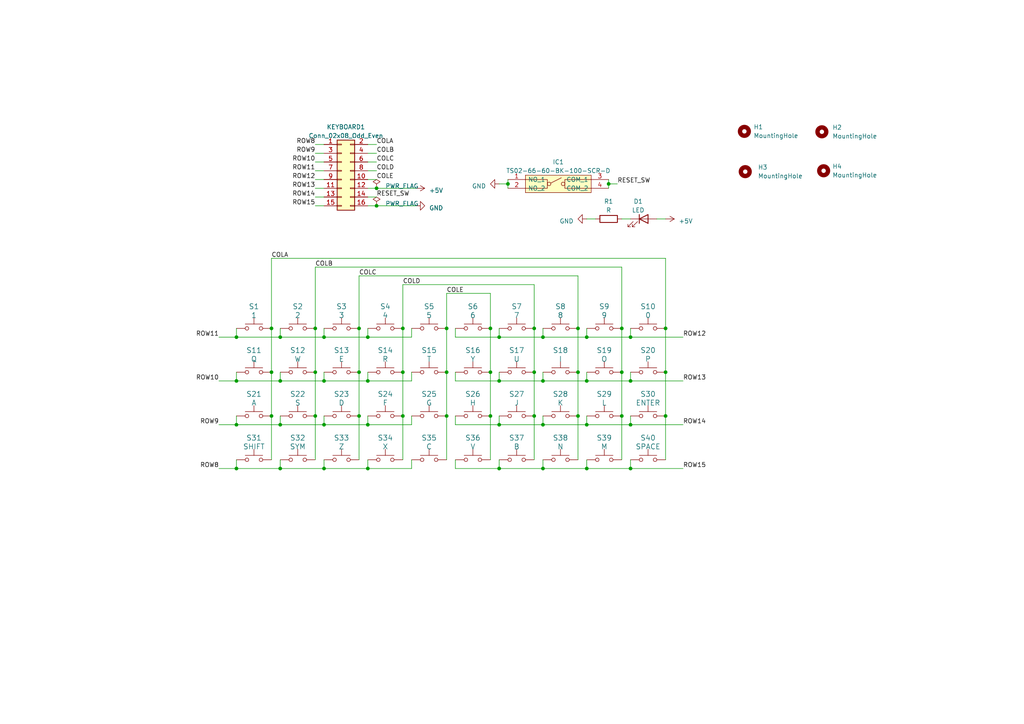
<source format=kicad_sch>
(kicad_sch (version 20230121) (generator eeschema)
  (paper "A4")
  (lib_symbols
    (symbol "Connector_Generic:Conn_02x08_Odd_Even" (pin_names (offset 1.016) hide)
      (property "Reference" "J" (at 1.27 10.16 0))
      (property "Value" "Conn_02x08_Odd_Even" (at 1.27 -12.7 0))
      (symbol "Conn_02x08_Odd_Even_1_1"
        (rectangle (start -1.27 -10.033) (end 0 -10.287) (stroke (width 0.1524)))
        (rectangle (start -1.27 -7.493) (end 0 -7.747) (stroke (width 0.1524)))
        (rectangle (start -1.27 -4.953) (end 0 -5.207) (stroke (width 0.1524)))
        (rectangle (start -1.27 -2.413) (end 0 -2.667) (stroke (width 0.1524)))
        (rectangle (start -1.27 0.127) (end 0 -0.127) (stroke (width 0.1524)))
        (rectangle (start -1.27 2.667) (end 0 2.413) (stroke (width 0.1524)))
        (rectangle (start -1.27 5.207) (end 0 4.953) (stroke (width 0.1524)))
        (rectangle (start -1.27 7.747) (end 0 7.493) (stroke (width 0.1524)))
        (rectangle (start -1.27 8.89) (end 3.81 -11.43) (stroke (width 0.254)) (fill (type background)))
        (rectangle (start 3.81 -10.033) (end 2.54 -10.287) (stroke (width 0.1524)))
        (rectangle (start 3.81 -7.493) (end 2.54 -7.747) (stroke (width 0.1524)))
        (rectangle (start 3.81 -4.953) (end 2.54 -5.207) (stroke (width 0.1524)))
        (rectangle (start 3.81 -2.413) (end 2.54 -2.667) (stroke (width 0.1524)))
        (rectangle (start 3.81 0.127) (end 2.54 -0.127) (stroke (width 0.1524)))
        (rectangle (start 3.81 2.667) (end 2.54 2.413) (stroke (width 0.1524)))
        (rectangle (start 3.81 5.207) (end 2.54 4.953) (stroke (width 0.1524)))
        (rectangle (start 3.81 7.747) (end 2.54 7.493) (stroke (width 0.1524)))
        (pin passive line (at -5.08 7.62 0) (length 3.81) (name "Pin_1") (number "1"))
        (pin passive line (at 7.62 -2.54 180) (length 3.81) (name "Pin_10") (number "10"))
        (pin passive line (at -5.08 -5.08 0) (length 3.81) (name "Pin_11") (number "11"))
        (pin passive line (at 7.62 -5.08 180) (length 3.81) (name "Pin_12") (number "12"))
        (pin passive line (at -5.08 -7.62 0) (length 3.81) (name "Pin_13") (number "13"))
        (pin passive line (at 7.62 -7.62 180) (length 3.81) (name "Pin_14") (number "14"))
        (pin passive line (at -5.08 -10.16 0) (length 3.81) (name "Pin_15") (number "15"))
        (pin passive line (at 7.62 -10.16 180) (length 3.81) (name "Pin_16") (number "16"))
        (pin passive line (at 7.62 7.62 180) (length 3.81) (name "Pin_2") (number "2"))
        (pin passive line (at -5.08 5.08 0) (length 3.81) (name "Pin_3") (number "3"))
        (pin passive line (at 7.62 5.08 180) (length 3.81) (name "Pin_4") (number "4"))
        (pin passive line (at -5.08 2.54 0) (length 3.81) (name "Pin_5") (number "5"))
        (pin passive line (at 7.62 2.54 180) (length 3.81) (name "Pin_6") (number "6"))
        (pin passive line (at -5.08 0 0) (length 3.81) (name "Pin_7") (number "7"))
        (pin passive line (at 7.62 0 180) (length 3.81) (name "Pin_8") (number "8"))
        (pin passive line (at -5.08 -2.54 0) (length 3.81) (name "Pin_9") (number "9"))
      )
    )
    (symbol "Device:LED" (pin_numbers hide) (pin_names (offset 1.016) hide)
      (property "Reference" "D" (at 0 2.54 0))
      (property "Value" "LED" (at 0 -2.54 0))
      (symbol "LED_0_1"
        (polyline (pts (xy -1.27 -1.27) (xy -1.27 1.27)) (stroke (width 0.254)))
        (polyline (pts (xy -1.27 0) (xy 1.27 0)))
        (polyline (pts (xy 1.27 -1.27) (xy 1.27 1.27) (xy -1.27 0) (xy 1.27 -1.27)) (stroke (width 0.254)))
        (polyline (pts (xy -3.048 -0.762) (xy -4.572 -2.286) (xy -3.81 -2.286) (xy -4.572 -2.286) (xy -4.572 -1.524)))
        (polyline (pts (xy -1.778 -0.762) (xy -3.302 -2.286) (xy -2.54 -2.286) (xy -3.302 -2.286) (xy -3.302 -1.524)))
      )
      (symbol "LED_1_1"
        (pin passive line (at -3.81 0 0) (length 2.54) (name "K") (number "1"))
        (pin passive line (at 3.81 0 180) (length 2.54) (name "A") (number "2"))
      )
    )
    (symbol "Device:R" (pin_numbers hide) (pin_names (offset 0))
      (property "Reference" "R" (at 2.032 0 90))
      (property "Value" "R" (at 0 0 90))
      (symbol "R_0_1"
        (rectangle (start -1.016 -2.54) (end 1.016 2.54) (stroke (width 0.254)))
      )
      (symbol "R_1_1"
        (pin passive line (at 0 3.81 270) (length 1.27) (name "~") (number "1"))
        (pin passive line (at 0 -3.81 90) (length 1.27) (name "~") (number "2"))
      )
    )
    (symbol "ExtraSymbols:TS02-66-60-BK-100-SCR-D" (pin_names (offset 0.762))
      (property "Reference" "IC" (at 26.67 7.62 0))
      (property "Value" "TS02-66-60-BK-100-SCR-D" (at 26.67 5.08 0))
      (symbol "TS02-66-60-BK-100-SCR-D_0_0"
        (polyline (pts (xy 7.366 -2.286) (xy 10.414 -0.762)))
        (circle (center 6.858 -2.54) (radius 0.508))
        (circle (center 10.922 -2.54) (radius 0.508))
        (pin passive line (at -5.08 -1.27 0) (length 5.08) (name "NO_1") (number "1"))
        (pin passive line (at -5.08 -3.81 0) (length 5.08) (name "NO_2") (number "2"))
        (pin passive line (at 24.13 -1.27 180) (length 5.08) (name "COM_1") (number "3"))
        (pin passive line (at 24.13 -3.81 180) (length 5.08) (name "COM_2") (number "4"))
      )
      (symbol "TS02-66-60-BK-100-SCR-D_0_1"
        (polyline (pts (xy 0 -1.27) (xy 6.35 -1.27) (xy 6.35 -3.81) (xy 0 -3.81)) (stroke (width 0.1524)))
        (polyline (pts (xy 19.05 -1.27) (xy 11.43 -1.27) (xy 11.43 -3.81) (xy 19.05 -3.81)) (stroke (width 0.1524)))
        (rectangle (start 0 0) (end 19.05 -5.08) (stroke (width 0.1524)) (fill (type background)))
      )
    )
    (symbol "Mechanical:MountingHole" (pin_names (offset 1.016))
      (property "Reference" "H" (at 0 5.08 0))
      (property "Value" "MountingHole" (at 0 3.175 0))
      (symbol "MountingHole_0_1"
        (circle (center 0 0) (radius 1.27) (stroke (width 1.27)))
      )
    )
    (symbol "Switch:SW_Push" (pin_numbers hide) (pin_names (offset 1.016) hide)
      (property "Reference" "SW" (at 1.27 2.54 0))
      (property "Value" "SW_Push" (at 0 -1.524 0))
      (symbol "SW_Push_0_1"
        (circle (center -2.032 0) (radius 0.508))
        (polyline (pts (xy 0 1.27) (xy 0 3.048)))
        (polyline (pts (xy 2.54 1.27) (xy -2.54 1.27)))
        (circle (center 2.032 0) (radius 0.508))
        (pin passive line (at -5.08 0 0) (length 2.54) (name "1") (number "1"))
        (pin passive line (at 5.08 0 180) (length 2.54) (name "2") (number "2"))
      )
    )
    (symbol "power:+5V" (power) (pin_names (offset 0))
      (property "Value" "+5V" (at 0 3.556 0))
      (symbol "+5V_0_1"
        (polyline (pts (xy -0.762 1.27) (xy 0 2.54)))
        (polyline (pts (xy 0 0) (xy 0 2.54)))
        (polyline (pts (xy 0 2.54) (xy 0.762 1.27)))
      )
      (symbol "+5V_1_1"
        (pin power_in line (at 0 0 90) (length 0) hide (name "+5V") (number "1"))
      )
    )
    (symbol "power:GND" (power) (pin_names (offset 0))
      (property "Value" "GND" (at 0 -3.81 0))
      (symbol "GND_0_1"
        (polyline (pts (xy 0 0) (xy 0 -1.27) (xy 1.27 -1.27) (xy 0 -2.54) (xy -1.27 -1.27) (xy 0 -1.27)))
      )
      (symbol "GND_1_1"
        (pin power_in line (at 0 0 270) (length 0) hide (name "GND") (number "1"))
      )
    )
    (symbol "power:PWR_FLAG" (power) (pin_numbers hide) (pin_names (offset 0) hide)
      (property "Value" "PWR_FLAG" (at 0 3.81 0))
      (symbol "PWR_FLAG_0_0"
        (pin power_out line (at 0 0 90) (length 0) (name "pwr") (number "1"))
      )
      (symbol "PWR_FLAG_0_1"
        (polyline (pts (xy 0 0) (xy 0 1.27) (xy -1.016 1.905) (xy 0 2.54) (xy 1.016 1.905) (xy 0 1.27)))
      )
    )
  )
  (junction (at 157.48 123.19))
  (junction (at 91.44 95.25))
  (junction (at 78.74 107.95))
  (junction (at 91.44 107.95))
  (junction (at 78.74 120.65))
  (junction (at 106.68 123.19))
  (junction (at 93.98 123.19))
  (junction (at 157.48 135.89))
  (junction (at 147.32 53.34))
  (junction (at 154.94 120.65))
  (junction (at 193.04 95.25))
  (junction (at 154.94 95.25))
  (junction (at 116.84 120.65))
  (junction (at 68.58 97.79))
  (junction (at 154.94 107.95))
  (junction (at 142.24 107.95))
  (junction (at 170.18 123.19))
  (junction (at 182.88 97.79))
  (junction (at 68.58 110.49))
  (junction (at 106.68 110.49))
  (junction (at 142.24 120.65))
  (junction (at 116.84 95.25))
  (junction (at 144.78 110.49))
  (junction (at 78.74 95.25))
  (junction (at 182.88 110.49))
  (junction (at 193.04 107.95))
  (junction (at 144.78 123.19))
  (junction (at 104.14 95.25))
  (junction (at 91.44 120.65))
  (junction (at 176.53 53.34))
  (junction (at 129.54 107.95))
  (junction (at 180.34 120.65))
  (junction (at 106.68 97.79))
  (junction (at 142.24 95.25))
  (junction (at 116.84 107.95))
  (junction (at 93.98 97.79))
  (junction (at 182.88 135.89))
  (junction (at 193.04 120.65))
  (junction (at 170.18 97.79))
  (junction (at 167.64 107.95))
  (junction (at 109.22 54.61))
  (junction (at 167.64 95.25))
  (junction (at 167.64 120.65))
  (junction (at 81.28 97.79))
  (junction (at 81.28 110.49))
  (junction (at 104.14 120.65))
  (junction (at 68.58 123.19))
  (junction (at 81.28 135.89))
  (junction (at 81.28 123.19))
  (junction (at 157.48 110.49))
  (junction (at 93.98 110.49))
  (junction (at 109.22 59.69))
  (junction (at 180.34 107.95))
  (junction (at 68.58 135.89))
  (junction (at 104.14 107.95))
  (junction (at 157.48 97.79))
  (junction (at 180.34 95.25))
  (junction (at 170.18 135.89))
  (junction (at 129.54 120.65))
  (junction (at 182.88 123.19))
  (junction (at 170.18 110.49))
  (junction (at 129.54 95.25))
  (junction (at 93.98 135.89))
  (junction (at 144.78 135.89))
  (junction (at 144.78 97.79))
  (junction (at 106.68 135.89))
  (wire (pts (xy 68.58 110.49) (xy 81.28 110.49)))
  (wire (pts (xy 129.54 85.09) (xy 129.54 95.25)))
  (wire (pts (xy 78.74 107.95) (xy 78.74 120.65)))
  (wire (pts (xy 109.22 54.61) (xy 106.68 54.61)))
  (wire (pts (xy 132.08 123.19) (xy 144.78 123.19)))
  (wire (pts (xy 180.34 107.95) (xy 180.34 120.65)))
  (wire (pts (xy 129.54 85.09) (xy 142.24 85.09)))
  (wire (pts (xy 119.38 133.35) (xy 119.38 135.89)))
  (wire (pts (xy 182.88 135.89) (xy 198.12 135.89)))
  (wire (pts (xy 144.78 133.35) (xy 144.78 135.89)))
  (wire (pts (xy 129.54 95.25) (xy 129.54 107.95)))
  (wire (pts (xy 142.24 107.95) (xy 142.24 120.65)))
  (wire (pts (xy 129.54 107.95) (xy 129.54 120.65)))
  (wire (pts (xy 170.18 95.25) (xy 170.18 97.79)))
  (wire (pts (xy 182.88 120.65) (xy 182.88 123.19)))
  (wire (pts (xy 93.98 52.07) (xy 91.44 52.07)))
  (wire (pts (xy 91.44 59.69) (xy 93.98 59.69)))
  (wire (pts (xy 157.48 107.95) (xy 157.48 110.49)))
  (wire (pts (xy 182.88 110.49) (xy 198.12 110.49)))
  (wire (pts (xy 106.68 97.79) (xy 93.98 97.79)))
  (wire (pts (xy 170.18 135.89) (xy 182.88 135.89)))
  (wire (pts (xy 81.28 97.79) (xy 68.58 97.79)))
  (wire (pts (xy 193.04 63.5) (xy 190.5 63.5)))
  (wire (pts (xy 132.08 107.95) (xy 132.08 110.49)))
  (wire (pts (xy 180.34 77.47) (xy 180.34 95.25)))
  (wire (pts (xy 132.08 95.25) (xy 132.08 97.79)))
  (wire (pts (xy 116.84 107.95) (xy 116.84 120.65)))
  (wire (pts (xy 106.68 107.95) (xy 106.68 110.49)))
  (wire (pts (xy 106.68 52.07) (xy 109.22 52.07)))
  (wire (pts (xy 176.53 53.34) (xy 179.07 53.34)))
  (wire (pts (xy 193.04 95.25) (xy 193.04 107.95)))
  (wire (pts (xy 91.44 77.47) (xy 180.34 77.47)))
  (wire (pts (xy 106.68 123.19) (xy 93.98 123.19)))
  (wire (pts (xy 109.22 59.69) (xy 106.68 59.69)))
  (wire (pts (xy 68.58 110.49) (xy 63.5 110.49)))
  (wire (pts (xy 93.98 95.25) (xy 93.98 97.79)))
  (wire (pts (xy 81.28 135.89) (xy 68.58 135.89)))
  (wire (pts (xy 144.78 107.95) (xy 144.78 110.49)))
  (wire (pts (xy 106.68 120.65) (xy 106.68 123.19)))
  (wire (pts (xy 167.64 80.01) (xy 167.64 95.25)))
  (wire (pts (xy 154.94 120.65) (xy 154.94 133.35)))
  (wire (pts (xy 106.68 41.91) (xy 109.22 41.91)))
  (wire (pts (xy 144.78 110.49) (xy 157.48 110.49)))
  (wire (pts (xy 93.98 107.95) (xy 93.98 110.49)))
  (wire (pts (xy 78.74 120.65) (xy 78.74 133.35)))
  (wire (pts (xy 167.64 95.25) (xy 167.64 107.95)))
  (wire (pts (xy 147.32 52.07) (xy 147.32 53.34)))
  (wire (pts (xy 182.88 123.19) (xy 198.12 123.19)))
  (wire (pts (xy 180.34 120.65) (xy 180.34 133.35)))
  (wire (pts (xy 93.98 123.19) (xy 81.28 123.19)))
  (wire (pts (xy 170.18 97.79) (xy 182.88 97.79)))
  (wire (pts (xy 106.68 49.53) (xy 109.22 49.53)))
  (wire (pts (xy 170.18 120.65) (xy 170.18 123.19)))
  (wire (pts (xy 142.24 120.65) (xy 142.24 133.35)))
  (wire (pts (xy 81.28 133.35) (xy 81.28 135.89)))
  (wire (pts (xy 120.65 54.61) (xy 109.22 54.61)))
  (wire (pts (xy 144.78 135.89) (xy 157.48 135.89)))
  (wire (pts (xy 144.78 123.19) (xy 157.48 123.19)))
  (wire (pts (xy 116.84 120.65) (xy 116.84 133.35)))
  (wire (pts (xy 132.08 135.89) (xy 144.78 135.89)))
  (wire (pts (xy 176.53 53.34) (xy 176.53 54.61)))
  (wire (pts (xy 68.58 107.95) (xy 68.58 110.49)))
  (wire (pts (xy 81.28 120.65) (xy 81.28 123.19)))
  (wire (pts (xy 119.38 97.79) (xy 106.68 97.79)))
  (wire (pts (xy 116.84 82.55) (xy 116.84 95.25)))
  (wire (pts (xy 106.68 133.35) (xy 106.68 135.89)))
  (wire (pts (xy 119.38 107.95) (xy 119.38 110.49)))
  (wire (pts (xy 144.78 120.65) (xy 144.78 123.19)))
  (wire (pts (xy 91.44 49.53) (xy 93.98 49.53)))
  (wire (pts (xy 170.18 110.49) (xy 182.88 110.49)))
  (wire (pts (xy 106.68 110.49) (xy 119.38 110.49)))
  (wire (pts (xy 144.78 53.34) (xy 147.32 53.34)))
  (wire (pts (xy 78.74 74.93) (xy 193.04 74.93)))
  (wire (pts (xy 157.48 120.65) (xy 157.48 123.19)))
  (wire (pts (xy 93.98 46.99) (xy 91.44 46.99)))
  (wire (pts (xy 93.98 133.35) (xy 93.98 135.89)))
  (wire (pts (xy 93.98 135.89) (xy 81.28 135.89)))
  (wire (pts (xy 109.22 57.15) (xy 106.68 57.15)))
  (wire (pts (xy 119.38 135.89) (xy 106.68 135.89)))
  (wire (pts (xy 91.44 77.47) (xy 91.44 95.25)))
  (wire (pts (xy 132.08 120.65) (xy 132.08 123.19)))
  (wire (pts (xy 78.74 95.25) (xy 78.74 107.95)))
  (wire (pts (xy 157.48 135.89) (xy 170.18 135.89)))
  (wire (pts (xy 154.94 95.25) (xy 154.94 107.95)))
  (wire (pts (xy 170.18 133.35) (xy 170.18 135.89)))
  (wire (pts (xy 132.08 133.35) (xy 132.08 135.89)))
  (wire (pts (xy 63.5 135.89) (xy 68.58 135.89)))
  (wire (pts (xy 119.38 120.65) (xy 119.38 123.19)))
  (wire (pts (xy 68.58 95.25) (xy 68.58 97.79)))
  (wire (pts (xy 68.58 120.65) (xy 68.58 123.19)))
  (wire (pts (xy 104.14 95.25) (xy 104.14 107.95)))
  (wire (pts (xy 193.04 120.65) (xy 193.04 133.35)))
  (wire (pts (xy 167.64 107.95) (xy 167.64 120.65)))
  (wire (pts (xy 68.58 133.35) (xy 68.58 135.89)))
  (wire (pts (xy 93.98 57.15) (xy 91.44 57.15)))
  (wire (pts (xy 119.38 95.25) (xy 119.38 97.79)))
  (wire (pts (xy 182.88 95.25) (xy 182.88 97.79)))
  (wire (pts (xy 106.68 46.99) (xy 109.22 46.99)))
  (wire (pts (xy 182.88 133.35) (xy 182.88 135.89)))
  (wire (pts (xy 81.28 110.49) (xy 93.98 110.49)))
  (wire (pts (xy 119.38 123.19) (xy 106.68 123.19)))
  (wire (pts (xy 147.32 53.34) (xy 147.32 54.61)))
  (wire (pts (xy 93.98 120.65) (xy 93.98 123.19)))
  (wire (pts (xy 182.88 107.95) (xy 182.88 110.49)))
  (wire (pts (xy 104.14 80.01) (xy 104.14 95.25)))
  (wire (pts (xy 78.74 74.93) (xy 78.74 95.25)))
  (wire (pts (xy 91.44 41.91) (xy 93.98 41.91)))
  (wire (pts (xy 180.34 95.25) (xy 180.34 107.95)))
  (wire (pts (xy 116.84 95.25) (xy 116.84 107.95)))
  (wire (pts (xy 106.68 135.89) (xy 93.98 135.89)))
  (wire (pts (xy 106.68 44.45) (xy 109.22 44.45)))
  (wire (pts (xy 157.48 110.49) (xy 170.18 110.49)))
  (wire (pts (xy 81.28 95.25) (xy 81.28 97.79)))
  (wire (pts (xy 116.84 82.55) (xy 154.94 82.55)))
  (wire (pts (xy 157.48 133.35) (xy 157.48 135.89)))
  (wire (pts (xy 167.64 120.65) (xy 167.64 133.35)))
  (wire (pts (xy 170.18 123.19) (xy 182.88 123.19)))
  (wire (pts (xy 142.24 95.25) (xy 142.24 107.95)))
  (wire (pts (xy 144.78 95.25) (xy 144.78 97.79)))
  (wire (pts (xy 176.53 52.07) (xy 176.53 53.34)))
  (wire (pts (xy 91.44 107.95) (xy 91.44 120.65)))
  (wire (pts (xy 63.5 123.19) (xy 68.58 123.19)))
  (wire (pts (xy 91.44 54.61) (xy 93.98 54.61)))
  (wire (pts (xy 104.14 80.01) (xy 167.64 80.01)))
  (wire (pts (xy 68.58 97.79) (xy 63.5 97.79)))
  (wire (pts (xy 81.28 107.95) (xy 81.28 110.49)))
  (wire (pts (xy 157.48 97.79) (xy 170.18 97.79)))
  (wire (pts (xy 144.78 97.79) (xy 157.48 97.79)))
  (wire (pts (xy 154.94 82.55) (xy 154.94 95.25)))
  (wire (pts (xy 93.98 97.79) (xy 81.28 97.79)))
  (wire (pts (xy 157.48 95.25) (xy 157.48 97.79)))
  (wire (pts (xy 91.44 120.65) (xy 91.44 133.35)))
  (wire (pts (xy 132.08 110.49) (xy 144.78 110.49)))
  (wire (pts (xy 93.98 110.49) (xy 106.68 110.49)))
  (wire (pts (xy 91.44 95.25) (xy 91.44 107.95)))
  (wire (pts (xy 170.18 107.95) (xy 170.18 110.49)))
  (wire (pts (xy 91.44 44.45) (xy 93.98 44.45)))
  (wire (pts (xy 154.94 107.95) (xy 154.94 120.65)))
  (wire (pts (xy 81.28 123.19) (xy 68.58 123.19)))
  (wire (pts (xy 104.14 107.95) (xy 104.14 120.65)))
  (wire (pts (xy 182.88 97.79) (xy 198.12 97.79)))
  (wire (pts (xy 120.65 59.69) (xy 109.22 59.69)))
  (wire (pts (xy 193.04 107.95) (xy 193.04 120.65)))
  (wire (pts (xy 170.18 63.5) (xy 172.72 63.5)))
  (wire (pts (xy 157.48 123.19) (xy 170.18 123.19)))
  (wire (pts (xy 132.08 97.79) (xy 144.78 97.79)))
  (wire (pts (xy 180.34 63.5) (xy 182.88 63.5)))
  (wire (pts (xy 106.68 95.25) (xy 106.68 97.79)))
  (wire (pts (xy 129.54 120.65) (xy 129.54 133.35)))
  (wire (pts (xy 193.04 74.93) (xy 193.04 95.25)))
  (wire (pts (xy 142.24 85.09) (xy 142.24 95.25)))
  (wire (pts (xy 104.14 120.65) (xy 104.14 133.35)))
  (label "ROW10" (at 63.5 110.49 180))
  (label "COLD" (at 116.84 82.55 0))
  (label "COLC" (at 109.22 46.99 0))
  (label "COLD" (at 109.22 49.53 0))
  (label "ROW9" (at 91.44 44.45 180))
  (label "ROW11" (at 91.44 49.53 180))
  (label "RESET_SW" (at 109.22 57.15 0) (property "Intersheetrefs" "${INTERSHEET_REFS}" (effects hide)))
  (label "COLB" (at 91.44 77.47 0))
  (label "COLA" (at 109.22 41.91 0))
  (label "ROW12" (at 91.44 52.07 180))
  (label "ROW12" (at 198.12 97.79 0))
  (label "COLA" (at 78.74 74.93 0))
  (label "ROW9" (at 63.5 123.19 180))
  (label "ROW13" (at 91.44 54.61 180))
  (label "COLC" (at 104.14 80.01 0))
  (label "ROW10" (at 91.44 46.99 180))
  (label "RESET_SW" (at 179.07 53.34 0) (property "Intersheetrefs" "${INTERSHEET_REFS}" (effects hide)))
  (label "ROW11" (at 63.5 97.79 180))
  (label "ROW13" (at 198.12 110.49 0))
  (label "ROW15" (at 91.44 59.69 180))
  (label "ROW8" (at 63.5 135.89 180))
  (label "COLE" (at 129.54 85.09 0))
  (label "ROW8" (at 91.44 41.91 180))
  (label "ROW15" (at 198.12 135.89 0))
  (label "ROW14" (at 198.12 123.19 0))
  (label "COLB" (at 109.22 44.45 0))
  (label "ROW14" (at 91.44 57.15 180))
  (label "COLE" (at 109.22 52.07 0))
  (symbol (lib_id "power:PWR_FLAG") (at 109.22 54.61 0) (mirror y) (unit 1)
    (property "Reference" "#FLG01" (effects hide))
    (property "Value" "PWR_FLAG" (at 111.76 53.975 0) (effects (justify right)))
  )
  (symbol (lib_id "Switch:SW_Push") (at 187.96 120.65 0) (unit 1)
    (property "Reference" "S30" (at 187.96 114.3 0) (effects (font (size 1.4986 1.4986))))
    (property "Value" "ENTER" (at 187.96 116.84 0) (effects (font (size 1.4986 1.4986))))
    (property "Footprint" "Button_Switch_Keyboard:SW_Cherry_MX_ISOEnter_PCB" (effects hide))
  )
  (symbol (lib_id "Switch:SW_Push") (at 137.16 107.95 0) (unit 1)
    (property "Reference" "S16" (at 137.16 101.6 0) (effects (font (size 1.4986 1.4986))))
    (property "Value" "Y" (at 137.16 104.14 0) (effects (font (size 1.4986 1.4986))))
    (property "Footprint" "Button_Switch_Keyboard:SW_Cherry_MX_1.00u_PCB" (effects hide))
  )
  (symbol (lib_id "Switch:SW_Push") (at 73.66 95.25 0) (unit 1)
    (property "Reference" "S1" (at 73.66 88.9 0) (effects (font (size 1.4986 1.4986))))
    (property "Value" "1" (at 73.66 91.44 0) (effects (font (size 1.4986 1.4986))))
    (property "Footprint" "Button_Switch_Keyboard:SW_Cherry_MX_1.00u_PCB" (effects hide))
  )
  (symbol (lib_id "Device:R") (at 176.53 63.5 90) (unit 1)
    (property "Reference" "R1" (at 176.53 58.42 90))
    (property "Value" "R" (at 176.53 60.96 90))
    (property "Footprint" "Resistor_THT:R_Axial_DIN0411_L9.9mm_D3.6mm_P15.24mm_Horizontal" (effects hide))
  )
  (symbol (lib_id "Switch:SW_Push") (at 73.66 107.95 0) (unit 1)
    (property "Reference" "S11" (at 73.66 101.6 0) (effects (font (size 1.4986 1.4986))))
    (property "Value" "Q" (at 73.66 104.14 0) (effects (font (size 1.4986 1.4986))))
    (property "Footprint" "Button_Switch_Keyboard:SW_Cherry_MX_1.00u_PCB" (effects hide))
  )
  (symbol (lib_id "Switch:SW_Push") (at 187.96 107.95 0) (unit 1)
    (property "Reference" "S20" (at 187.96 101.6 0) (effects (font (size 1.4986 1.4986))))
    (property "Value" "P" (at 187.96 104.14 0) (effects (font (size 1.4986 1.4986))))
    (property "Footprint" "Button_Switch_Keyboard:SW_Cherry_MX_1.00u_PCB" (effects hide))
  )
  (symbol (lib_id "Switch:SW_Push") (at 99.06 133.35 0) (unit 1)
    (property "Reference" "S33" (at 99.06 127 0) (effects (font (size 1.4986 1.4986))))
    (property "Value" "Z" (at 99.06 129.54 0) (effects (font (size 1.4986 1.4986))))
    (property "Footprint" "Button_Switch_Keyboard:SW_Cherry_MX_1.00u_PCB" (effects hide))
  )
  (symbol (lib_id "Switch:SW_Push") (at 162.56 95.25 0) (unit 1)
    (property "Reference" "S8" (at 162.56 88.9 0) (effects (font (size 1.4986 1.4986))))
    (property "Value" "8" (at 162.56 91.44 0) (effects (font (size 1.4986 1.4986))))
    (property "Footprint" "Button_Switch_Keyboard:SW_Cherry_MX_1.00u_PCB" (effects hide))
  )
  (symbol (lib_id "Switch:SW_Push") (at 86.36 133.35 0) (unit 1)
    (property "Reference" "S32" (at 86.36 127 0) (effects (font (size 1.4986 1.4986))))
    (property "Value" "SYM" (at 86.36 129.54 0) (effects (font (size 1.4986 1.4986))))
    (property "Footprint" "Button_Switch_Keyboard:SW_Cherry_MX_1.25u_PCB" (effects hide))
  )
  (symbol (lib_id "Switch:SW_Push") (at 149.86 107.95 0) (unit 1)
    (property "Reference" "S17" (at 149.86 101.6 0) (effects (font (size 1.4986 1.4986))))
    (property "Value" "U" (at 149.86 104.14 0) (effects (font (size 1.4986 1.4986))))
    (property "Footprint" "Button_Switch_Keyboard:SW_Cherry_MX_1.00u_PCB" (effects hide))
  )
  (symbol (lib_id "Switch:SW_Push") (at 175.26 133.35 0) (unit 1)
    (property "Reference" "S39" (at 175.26 127 0) (effects (font (size 1.4986 1.4986))))
    (property "Value" "M" (at 175.26 129.54 0) (effects (font (size 1.4986 1.4986))))
    (property "Footprint" "Button_Switch_Keyboard:SW_Cherry_MX_1.00u_PCB" (effects hide))
  )
  (symbol (lib_id "Switch:SW_Push") (at 187.96 95.25 0) (unit 1)
    (property "Reference" "S10" (at 187.96 88.9 0) (effects (font (size 1.4986 1.4986))))
    (property "Value" "0" (at 187.96 91.44 0) (effects (font (size 1.4986 1.4986))))
    (property "Footprint" "Button_Switch_Keyboard:SW_Cherry_MX_1.00u_PCB" (effects hide))
  )
  (symbol (lib_id "Device:LED") (at 186.69 63.5 0) (unit 1)
    (property "Reference" "D1" (at 185.1025 58.42 0))
    (property "Value" "LED" (at 185.1025 60.96 0))
    (property "Footprint" "LED_THT:LED_D5.0mm" (effects hide))
  )
  (symbol (lib_id "Mechanical:MountingHole") (at 216.154 49.784 0) (unit 1)
    (property "Reference" "H3" (at 219.837 48.5139 0) (effects (justify left)))
    (property "Value" "MountingHole" (at 219.837 51.0539 0) (effects (justify left)))
    (property "Footprint" "ExtraFootprints:MountingHole_3.5mm_with_Stencil_hole" (effects hide))
  )
  (symbol (lib_id "Switch:SW_Push") (at 137.16 133.35 0) (unit 1)
    (property "Reference" "S36" (at 137.16 127 0) (effects (font (size 1.4986 1.4986))))
    (property "Value" "V" (at 137.16 129.54 0) (effects (font (size 1.4986 1.4986))))
    (property "Footprint" "Button_Switch_Keyboard:SW_Cherry_MX_1.00u_PCB" (effects hide))
  )
  (symbol (lib_id "Switch:SW_Push") (at 162.56 107.95 0) (unit 1)
    (property "Reference" "S18" (at 162.56 101.6 0) (effects (font (size 1.4986 1.4986))))
    (property "Value" "I" (at 162.56 104.14 0) (effects (font (size 1.4986 1.4986))))
    (property "Footprint" "Button_Switch_Keyboard:SW_Cherry_MX_1.00u_PCB" (effects hide))
  )
  (symbol (lib_id "Switch:SW_Push") (at 149.86 120.65 0) (unit 1)
    (property "Reference" "S27" (at 149.86 114.3 0) (effects (font (size 1.4986 1.4986))))
    (property "Value" "J" (at 149.86 116.84 0) (effects (font (size 1.4986 1.4986))))
    (property "Footprint" "Button_Switch_Keyboard:SW_Cherry_MX_1.00u_PCB" (effects hide))
  )
  (symbol (lib_id "Switch:SW_Push") (at 86.36 107.95 0) (unit 1)
    (property "Reference" "S12" (at 86.36 101.6 0) (effects (font (size 1.4986 1.4986))))
    (property "Value" "W" (at 86.36 104.14 0) (effects (font (size 1.4986 1.4986))))
    (property "Footprint" "Button_Switch_Keyboard:SW_Cherry_MX_1.00u_PCB" (effects hide))
  )
  (symbol (lib_id "ExtraSymbols:TS02-66-60-BK-100-SCR-D") (at 152.4 50.8 0) (unit 1)
    (property "Reference" "IC1" (at 161.925 46.99 0))
    (property "Value" "TS02-66-60-BK-100-SCR-D" (at 161.925 49.53 0))
    (property "Footprint" "ExtraFootprints:TS026660BK100SCRD" (effects hide))
    (property "Datasheet" "https://www.cuidevices.com/product/resource/ts02.pdf" (effects hide))
    (property "Description" "Tactile Switches 6 x 6 mm, 6 mm Act Height, 100 gf, Black, Short Crimped, Through Hole, SPST," (effects hide))
    (property "Height" "6.2" (effects hide))
    (property "Mouser Part Number" "179-TS026660BK100SCR" (effects hide))
    (property "Mouser Price/Stock" "https://www.mouser.co.uk/ProductDetail/CUI-Devices/TS02-66-60-BK-100-SCR-D?qs=A6eO%252BMLsxmRCwE7519dLfw%3D%3D" (effects hide))
    (property "Manufacturer_Name" "CUI Inc." (effects hide))
    (property "Manufacturer_Part_Number" "TS02-66-60-BK-100-SCR-D" (effects hide))
  )
  (symbol (lib_id "Switch:SW_Push") (at 175.26 120.65 0) (unit 1)
    (property "Reference" "S29" (at 175.26 114.3 0) (effects (font (size 1.4986 1.4986))))
    (property "Value" "L" (at 175.26 116.84 0) (effects (font (size 1.4986 1.4986))))
    (property "Footprint" "Button_Switch_Keyboard:SW_Cherry_MX_1.00u_PCB" (effects hide))
  )
  (symbol (lib_id "power:+5V") (at 120.65 54.61 270) (mirror x) (unit 1)
    (property "Reference" "#PWR01" (effects hide))
    (property "Value" "+5V" (at 124.46 55.245 90) (effects (justify left)))
  )
  (symbol (lib_id "Switch:SW_Push") (at 99.06 120.65 0) (unit 1)
    (property "Reference" "S23" (at 99.06 114.3 0) (effects (font (size 1.4986 1.4986))))
    (property "Value" "D" (at 99.06 116.84 0) (effects (font (size 1.4986 1.4986))))
    (property "Footprint" "Button_Switch_Keyboard:SW_Cherry_MX_1.00u_PCB" (effects hide))
  )
  (symbol (lib_id "Switch:SW_Push") (at 162.56 120.65 0) (unit 1)
    (property "Reference" "S28" (at 162.56 114.3 0) (effects (font (size 1.4986 1.4986))))
    (property "Value" "K" (at 162.56 116.84 0) (effects (font (size 1.4986 1.4986))))
    (property "Footprint" "Button_Switch_Keyboard:SW_Cherry_MX_1.00u_PCB" (effects hide))
  )
  (symbol (lib_id "Switch:SW_Push") (at 162.56 133.35 0) (unit 1)
    (property "Reference" "S38" (at 162.56 127 0) (effects (font (size 1.4986 1.4986))))
    (property "Value" "N" (at 162.56 129.54 0) (effects (font (size 1.4986 1.4986))))
    (property "Footprint" "Button_Switch_Keyboard:SW_Cherry_MX_1.00u_PCB" (effects hide))
  )
  (symbol (lib_id "power:GND") (at 144.78 53.34 270) (unit 1)
    (property "Reference" "#PWR03" (effects hide))
    (property "Value" "GND" (at 140.97 53.975 90) (effects (justify right)))
  )
  (symbol (lib_id "Mechanical:MountingHole") (at 238.379 38.227 0) (unit 1)
    (property "Reference" "H2" (at 241.427 36.9569 0) (effects (justify left)))
    (property "Value" "MountingHole" (at 241.427 39.4969 0) (effects (justify left)))
    (property "Footprint" "ExtraFootprints:MountingHole_3.5mm_with_Stencil_hole" (effects hide))
  )
  (symbol (lib_id "power:+5V") (at 193.04 63.5 270) (unit 1)
    (property "Reference" "#PWR06" (effects hide))
    (property "Value" "+5V" (at 196.85 64.135 90) (effects (justify left)))
  )
  (symbol (lib_id "Switch:SW_Push") (at 86.36 120.65 0) (unit 1)
    (property "Reference" "S22" (at 86.36 114.3 0) (effects (font (size 1.4986 1.4986))))
    (property "Value" "S" (at 86.36 116.84 0) (effects (font (size 1.4986 1.4986))))
    (property "Footprint" "Button_Switch_Keyboard:SW_Cherry_MX_1.00u_PCB" (effects hide))
  )
  (symbol (lib_id "Switch:SW_Push") (at 175.26 107.95 0) (unit 1)
    (property "Reference" "S19" (at 175.26 101.6 0) (effects (font (size 1.4986 1.4986))))
    (property "Value" "O" (at 175.26 104.14 0) (effects (font (size 1.4986 1.4986))))
    (property "Footprint" "Button_Switch_Keyboard:SW_Cherry_MX_1.00u_PCB" (effects hide))
  )
  (symbol (lib_id "Switch:SW_Push") (at 137.16 95.25 0) (unit 1)
    (property "Reference" "S6" (at 137.16 88.9 0) (effects (font (size 1.4986 1.4986))))
    (property "Value" "6" (at 137.16 91.44 0) (effects (font (size 1.4986 1.4986))))
    (property "Footprint" "Button_Switch_Keyboard:SW_Cherry_MX_1.00u_PCB" (effects hide))
  )
  (symbol (lib_id "Switch:SW_Push") (at 149.86 133.35 0) (unit 1)
    (property "Reference" "S37" (at 149.86 127 0) (effects (font (size 1.4986 1.4986))))
    (property "Value" "B" (at 149.86 129.54 0) (effects (font (size 1.4986 1.4986))))
    (property "Footprint" "Button_Switch_Keyboard:SW_Cherry_MX_1.00u_PCB" (effects hide))
  )
  (symbol (lib_id "power:GND") (at 120.65 59.69 90) (mirror x) (unit 1)
    (property "Reference" "#PWR02" (effects hide))
    (property "Value" "GND" (at 124.46 60.325 90) (effects (justify right)))
  )
  (symbol (lib_id "Switch:SW_Push") (at 175.26 95.25 0) (unit 1)
    (property "Reference" "S9" (at 175.26 88.9 0) (effects (font (size 1.4986 1.4986))))
    (property "Value" "9" (at 175.26 91.44 0) (effects (font (size 1.4986 1.4986))))
    (property "Footprint" "Button_Switch_Keyboard:SW_Cherry_MX_1.00u_PCB" (effects hide))
  )
  (symbol (lib_id "Switch:SW_Push") (at 73.66 120.65 0) (unit 1)
    (property "Reference" "S21" (at 73.66 114.3 0) (effects (font (size 1.4986 1.4986))))
    (property "Value" "A" (at 73.66 116.84 0) (effects (font (size 1.4986 1.4986))))
    (property "Footprint" "Button_Switch_Keyboard:SW_Cherry_MX_1.00u_PCB" (effects hide))
  )
  (symbol (lib_id "Switch:SW_Push") (at 111.76 133.35 0) (unit 1)
    (property "Reference" "S34" (at 111.76 127 0) (effects (font (size 1.4986 1.4986))))
    (property "Value" "X" (at 111.76 129.54 0) (effects (font (size 1.4986 1.4986))))
    (property "Footprint" "Button_Switch_Keyboard:SW_Cherry_MX_1.00u_PCB" (effects hide))
  )
  (symbol (lib_id "Switch:SW_Push") (at 124.46 107.95 0) (unit 1)
    (property "Reference" "S15" (at 124.46 101.6 0) (effects (font (size 1.4986 1.4986))))
    (property "Value" "T" (at 124.46 104.14 0) (effects (font (size 1.4986 1.4986))))
    (property "Footprint" "Button_Switch_Keyboard:SW_Cherry_MX_1.00u_PCB" (effects hide))
  )
  (symbol (lib_id "Switch:SW_Push") (at 137.16 120.65 0) (unit 1)
    (property "Reference" "S26" (at 137.16 114.3 0) (effects (font (size 1.4986 1.4986))))
    (property "Value" "H" (at 137.16 116.84 0) (effects (font (size 1.4986 1.4986))))
    (property "Footprint" "Button_Switch_Keyboard:SW_Cherry_MX_1.00u_PCB" (effects hide))
  )
  (symbol (lib_id "Connector_Generic:Conn_02x08_Odd_Even") (at 99.06 49.53 0) (unit 1)
    (property "Reference" "KEYBOARD1" (at 100.33 36.83 0))
    (property "Value" "Conn_02x08_Odd_Even" (at 100.33 39.37 0))
    (property "Footprint" "Connector_PinHeader_2.54mm:PinHeader_2x08_P2.54mm_Horizontal" (effects hide))
    (property "Manufacturer_Name" "SAMTEC" (effects hide))
    (property "Manufacturer_Part_Number" "TSW–108–10–T–D–RA" (effects hide))
  )
  (symbol (lib_id "Switch:SW_Push") (at 187.96 133.35 0) (unit 1)
    (property "Reference" "S40" (at 187.96 127 0) (effects (font (size 1.4986 1.4986))))
    (property "Value" "SPACE" (at 187.96 129.54 0) (effects (font (size 1.4986 1.4986))))
    (property "Footprint" "Button_Switch_Keyboard:SW_Cherry_MX_6.25u_PCB" (effects hide))
  )
  (symbol (lib_id "Switch:SW_Push") (at 73.66 133.35 0) (unit 1)
    (property "Reference" "S31" (at 73.66 127 0) (effects (font (size 1.4986 1.4986))))
    (property "Value" "SHIFT" (at 73.66 129.54 0) (effects (font (size 1.4986 1.4986))))
    (property "Footprint" "Button_Switch_Keyboard:SW_Cherry_MX_1.25u_PCB" (effects hide))
  )
  (symbol (lib_id "Switch:SW_Push") (at 111.76 120.65 0) (unit 1)
    (property "Reference" "S24" (at 111.76 114.3 0) (effects (font (size 1.4986 1.4986))))
    (property "Value" "F" (at 111.76 116.84 0) (effects (font (size 1.4986 1.4986))))
    (property "Footprint" "Button_Switch_Keyboard:SW_Cherry_MX_1.00u_PCB" (effects hide))
  )
  (symbol (lib_id "Switch:SW_Push") (at 111.76 95.25 0) (unit 1)
    (property "Reference" "S4" (at 111.76 88.9 0) (effects (font (size 1.4986 1.4986))))
    (property "Value" "4" (at 111.76 91.44 0) (effects (font (size 1.4986 1.4986))))
    (property "Footprint" "Button_Switch_Keyboard:SW_Cherry_MX_1.00u_PCB" (effects hide))
  )
  (symbol (lib_id "Switch:SW_Push") (at 124.46 95.25 0) (unit 1)
    (property "Reference" "S5" (at 124.46 88.9 0) (effects (font (size 1.4986 1.4986))))
    (property "Value" "5" (at 124.46 91.44 0) (effects (font (size 1.4986 1.4986))))
    (property "Footprint" "Button_Switch_Keyboard:SW_Cherry_MX_1.00u_PCB" (effects hide))
  )
  (symbol (lib_id "Switch:SW_Push") (at 149.86 95.25 0) (unit 1)
    (property "Reference" "S7" (at 149.86 88.9 0) (effects (font (size 1.4986 1.4986))))
    (property "Value" "7" (at 149.86 91.44 0) (effects (font (size 1.4986 1.4986))))
    (property "Footprint" "Button_Switch_Keyboard:SW_Cherry_MX_1.00u_PCB" (effects hide))
  )
  (symbol (lib_id "power:GND") (at 170.18 63.5 270) (unit 1)
    (property "Reference" "#PWR04" (effects hide))
    (property "Value" "GND" (at 166.37 64.135 90) (effects (justify right)))
  )
  (symbol (lib_id "Switch:SW_Push") (at 99.06 95.25 0) (unit 1)
    (property "Reference" "S3" (at 99.06 88.9 0) (effects (font (size 1.4986 1.4986))))
    (property "Value" "3" (at 99.06 91.44 0) (effects (font (size 1.4986 1.4986))))
    (property "Footprint" "Button_Switch_Keyboard:SW_Cherry_MX_1.00u_PCB" (effects hide))
  )
  (symbol (lib_id "power:PWR_FLAG") (at 109.22 59.69 0) (mirror y) (unit 1)
    (property "Reference" "#FLG02" (effects hide))
    (property "Value" "PWR_FLAG" (at 111.76 59.055 0) (effects (justify right)))
  )
  (symbol (lib_id "Switch:SW_Push") (at 111.76 107.95 0) (unit 1)
    (property "Reference" "S14" (at 111.76 101.6 0) (effects (font (size 1.4986 1.4986))))
    (property "Value" "R" (at 111.76 104.14 0) (effects (font (size 1.4986 1.4986))))
    (property "Footprint" "Button_Switch_Keyboard:SW_Cherry_MX_1.00u_PCB" (effects hide))
  )
  (symbol (lib_id "Mechanical:MountingHole") (at 238.887 49.53 0) (unit 1)
    (property "Reference" "H4" (at 241.427 48.2599 0) (effects (justify left)))
    (property "Value" "MountingHole" (at 241.427 50.7999 0) (effects (justify left)))
    (property "Footprint" "ExtraFootprints:MountingHole_3.5mm_with_Stencil_hole" (effects hide))
  )
  (symbol (lib_id "Switch:SW_Push") (at 86.36 95.25 0) (unit 1)
    (property "Reference" "S2" (at 86.36 88.9 0) (effects (font (size 1.4986 1.4986))))
    (property "Value" "2" (at 86.36 91.44 0) (effects (font (size 1.4986 1.4986))))
    (property "Footprint" "Button_Switch_Keyboard:SW_Cherry_MX_1.00u_PCB" (effects hide))
  )
  (symbol (lib_id "Switch:SW_Push") (at 124.46 133.35 0) (unit 1)
    (property "Reference" "S35" (at 124.46 127 0) (effects (font (size 1.4986 1.4986))))
    (property "Value" "C" (at 124.46 129.54 0) (effects (font (size 1.4986 1.4986))))
    (property "Footprint" "Button_Switch_Keyboard:SW_Cherry_MX_1.00u_PCB" (effects hide))
  )
  (symbol (lib_id "Switch:SW_Push") (at 124.46 120.65 0) (unit 1)
    (property "Reference" "S25" (at 124.46 114.3 0) (effects (font (size 1.4986 1.4986))))
    (property "Value" "G" (at 124.46 116.84 0) (effects (font (size 1.4986 1.4986))))
    (property "Footprint" "Button_Switch_Keyboard:SW_Cherry_MX_1.00u_PCB" (effects hide))
  )
  (symbol (lib_id "Mechanical:MountingHole") (at 215.9 38.1 0) (unit 1)
    (property "Reference" "H1" (at 218.567 36.8299 0) (effects (justify left)))
    (property "Value" "MountingHole" (at 218.567 39.3699 0) (effects (justify left)))
    (property "Footprint" "ExtraFootprints:MountingHole_3.5mm_with_Stencil_hole" (effects hide))
  )
  (symbol (lib_id "Switch:SW_Push") (at 99.06 107.95 0) (unit 1)
    (property "Reference" "S13" (at 99.06 101.6 0) (effects (font (size 1.4986 1.4986))))
    (property "Value" "E" (at 99.06 104.14 0) (effects (font (size 1.4986 1.4986))))
    (property "Footprint" "Button_Switch_Keyboard:SW_Cherry_MX_1.00u_PCB" (effects hide))
  )
)
</source>
